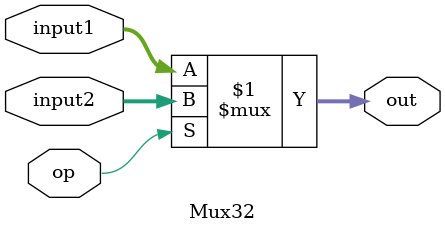
<source format=v>
module Mux32 (
    input [31:0] input1,
    input [31:0] input2,
    input op,
    output [31:0] out
);
  assign out = (op) ? input2 : input1;
endmodule

</source>
